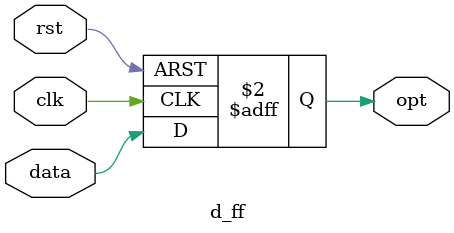
<source format=v>
`timescale 1ns / 1ps


module siso(
    input d,
    input clk,
    input rst,
    output op
    );
    wire [3:1]x;
    d_ff d0(d,clk,rst,x[1]);
    d_ff d1(x[1],clk,rst,x[2]);
    d_ff d2(x[2],clk,rst,x[3]);
    d_ff d3(x[3],clk,rst,op);
endmodule

module d_ff(
    input data,
    input clk,
    input rst,
    output reg opt
);
    always @(posedge clk or posedge rst) begin
        if (rst)
            opt <= 0;
        else
            opt <= data;
    end
endmodule
</source>
